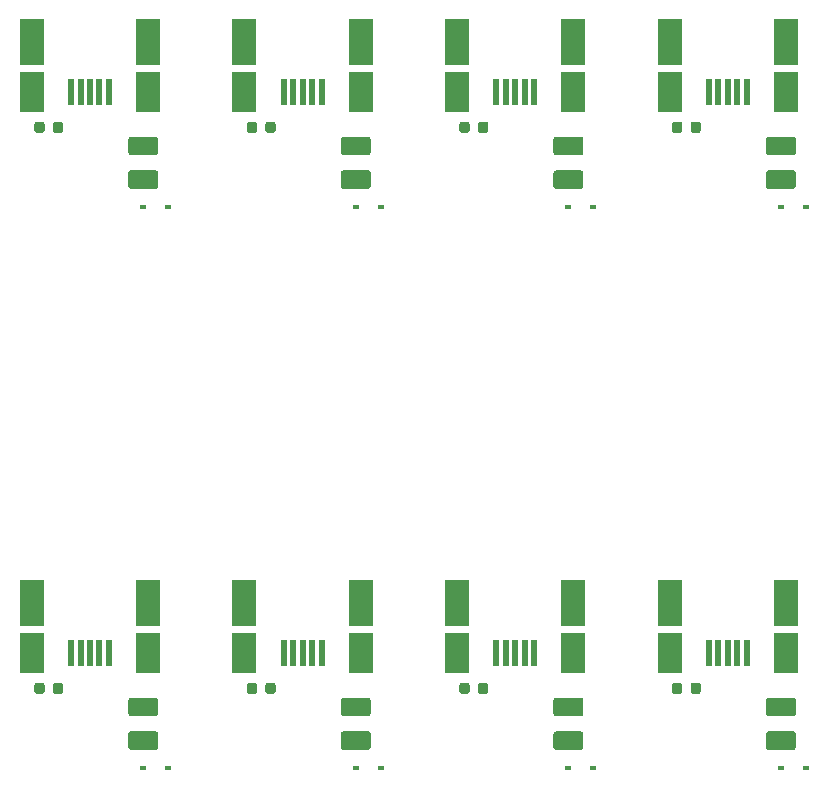
<source format=gtp>
G04 #@! TF.GenerationSoftware,KiCad,Pcbnew,(5.99.0-1907-g1c46bf195)*
G04 #@! TF.CreationDate,2020-10-23T20:38:10+00:00*
G04 #@! TF.ProjectId,USB PMOD Panelised,55534220-504d-44f4-9420-50616e656c69,rev?*
G04 #@! TF.SameCoordinates,Original*
G04 #@! TF.FileFunction,Paste,Top*
G04 #@! TF.FilePolarity,Positive*
%FSLAX46Y46*%
G04 Gerber Fmt 4.6, Leading zero omitted, Abs format (unit mm)*
G04 Created by KiCad (PCBNEW (5.99.0-1907-g1c46bf195)) date 2020-10-23 20:38:10*
%MOMM*%
%LPD*%
G01*
G04 APERTURE LIST*
%ADD10R,2.050000X4.000000*%
%ADD11R,2.050000X3.500000*%
%ADD12R,0.500000X2.250000*%
%ADD13R,0.600000X0.450000*%
G04 APERTURE END LIST*
D10*
G04 #@! TO.C,J1*
X148375000Y-42800000D03*
X158225000Y-42800000D03*
D11*
X148375000Y-47050000D03*
X158225000Y-47050000D03*
D12*
X151700000Y-47050000D03*
X152500000Y-47050000D03*
X153300000Y-47050000D03*
X154100000Y-47050000D03*
X154900000Y-47050000D03*
G04 #@! TD*
D10*
G04 #@! TO.C,J1*
X148375000Y-90300000D03*
X158225000Y-90300000D03*
D11*
X148375000Y-94550000D03*
X158225000Y-94550000D03*
D12*
X151700000Y-94550000D03*
X152500000Y-94550000D03*
X153300000Y-94550000D03*
X154100000Y-94550000D03*
X154900000Y-94550000D03*
G04 #@! TD*
D10*
G04 #@! TO.C,J1*
X130375000Y-90300000D03*
X140225000Y-90300000D03*
D11*
X130375000Y-94550000D03*
X140225000Y-94550000D03*
D12*
X133700000Y-94550000D03*
X134500000Y-94550000D03*
X135300000Y-94550000D03*
X136100000Y-94550000D03*
X136900000Y-94550000D03*
G04 #@! TD*
D10*
G04 #@! TO.C,J1*
X112375000Y-90300000D03*
X122225000Y-90300000D03*
D11*
X112375000Y-94550000D03*
X122225000Y-94550000D03*
D12*
X115700000Y-94550000D03*
X116500000Y-94550000D03*
X117300000Y-94550000D03*
X118100000Y-94550000D03*
X118900000Y-94550000D03*
G04 #@! TD*
D10*
G04 #@! TO.C,J1*
X94375000Y-90300000D03*
X104225000Y-90300000D03*
D11*
X94375000Y-94550000D03*
X104225000Y-94550000D03*
D12*
X97700000Y-94550000D03*
X98500000Y-94550000D03*
X99300000Y-94550000D03*
X100100000Y-94550000D03*
X100900000Y-94550000D03*
G04 #@! TD*
D10*
G04 #@! TO.C,J1*
X130375000Y-42800000D03*
X140225000Y-42800000D03*
D11*
X130375000Y-47050000D03*
X140225000Y-47050000D03*
D12*
X133700000Y-47050000D03*
X134500000Y-47050000D03*
X135300000Y-47050000D03*
X136100000Y-47050000D03*
X136900000Y-47050000D03*
G04 #@! TD*
D10*
G04 #@! TO.C,J1*
X112375000Y-42800000D03*
X122225000Y-42800000D03*
D11*
X112375000Y-47050000D03*
X122225000Y-47050000D03*
D12*
X115700000Y-47050000D03*
X116500000Y-47050000D03*
X117300000Y-47050000D03*
X118100000Y-47050000D03*
X118900000Y-47050000D03*
G04 #@! TD*
G04 #@! TO.C,F1*
G36*
G01*
X158825000Y-99925000D02*
X156775000Y-99925000D01*
G75*
G02*
X156525000Y-99675000I0J250000D01*
G01*
X156525000Y-98575000D01*
G75*
G02*
X156775000Y-98325000I250000J0D01*
G01*
X158825000Y-98325000D01*
G75*
G02*
X159075000Y-98575000I0J-250000D01*
G01*
X159075000Y-99675000D01*
G75*
G02*
X158825000Y-99925000I-250000J0D01*
G01*
G37*
G36*
G01*
X158825000Y-102775000D02*
X156775000Y-102775000D01*
G75*
G02*
X156525000Y-102525000I0J250000D01*
G01*
X156525000Y-101425000D01*
G75*
G02*
X156775000Y-101175000I250000J0D01*
G01*
X158825000Y-101175000D01*
G75*
G02*
X159075000Y-101425000I0J-250000D01*
G01*
X159075000Y-102525000D01*
G75*
G02*
X158825000Y-102775000I-250000J0D01*
G01*
G37*
G04 #@! TD*
G04 #@! TO.C,F1*
G36*
G01*
X140825000Y-99925000D02*
X138775000Y-99925000D01*
G75*
G02*
X138525000Y-99675000I0J250000D01*
G01*
X138525000Y-98575000D01*
G75*
G02*
X138775000Y-98325000I250000J0D01*
G01*
X140825000Y-98325000D01*
G75*
G02*
X141075000Y-98575000I0J-250000D01*
G01*
X141075000Y-99675000D01*
G75*
G02*
X140825000Y-99925000I-250000J0D01*
G01*
G37*
G36*
G01*
X140825000Y-102775000D02*
X138775000Y-102775000D01*
G75*
G02*
X138525000Y-102525000I0J250000D01*
G01*
X138525000Y-101425000D01*
G75*
G02*
X138775000Y-101175000I250000J0D01*
G01*
X140825000Y-101175000D01*
G75*
G02*
X141075000Y-101425000I0J-250000D01*
G01*
X141075000Y-102525000D01*
G75*
G02*
X140825000Y-102775000I-250000J0D01*
G01*
G37*
G04 #@! TD*
G04 #@! TO.C,F1*
G36*
G01*
X122825000Y-99925000D02*
X120775000Y-99925000D01*
G75*
G02*
X120525000Y-99675000I0J250000D01*
G01*
X120525000Y-98575000D01*
G75*
G02*
X120775000Y-98325000I250000J0D01*
G01*
X122825000Y-98325000D01*
G75*
G02*
X123075000Y-98575000I0J-250000D01*
G01*
X123075000Y-99675000D01*
G75*
G02*
X122825000Y-99925000I-250000J0D01*
G01*
G37*
G36*
G01*
X122825000Y-102775000D02*
X120775000Y-102775000D01*
G75*
G02*
X120525000Y-102525000I0J250000D01*
G01*
X120525000Y-101425000D01*
G75*
G02*
X120775000Y-101175000I250000J0D01*
G01*
X122825000Y-101175000D01*
G75*
G02*
X123075000Y-101425000I0J-250000D01*
G01*
X123075000Y-102525000D01*
G75*
G02*
X122825000Y-102775000I-250000J0D01*
G01*
G37*
G04 #@! TD*
G04 #@! TO.C,F1*
G36*
G01*
X104825000Y-99925000D02*
X102775000Y-99925000D01*
G75*
G02*
X102525000Y-99675000I0J250000D01*
G01*
X102525000Y-98575000D01*
G75*
G02*
X102775000Y-98325000I250000J0D01*
G01*
X104825000Y-98325000D01*
G75*
G02*
X105075000Y-98575000I0J-250000D01*
G01*
X105075000Y-99675000D01*
G75*
G02*
X104825000Y-99925000I-250000J0D01*
G01*
G37*
G36*
G01*
X104825000Y-102775000D02*
X102775000Y-102775000D01*
G75*
G02*
X102525000Y-102525000I0J250000D01*
G01*
X102525000Y-101425000D01*
G75*
G02*
X102775000Y-101175000I250000J0D01*
G01*
X104825000Y-101175000D01*
G75*
G02*
X105075000Y-101425000I0J-250000D01*
G01*
X105075000Y-102525000D01*
G75*
G02*
X104825000Y-102775000I-250000J0D01*
G01*
G37*
G04 #@! TD*
G04 #@! TO.C,F1*
G36*
G01*
X158825000Y-52425000D02*
X156775000Y-52425000D01*
G75*
G02*
X156525000Y-52175000I0J250000D01*
G01*
X156525000Y-51075000D01*
G75*
G02*
X156775000Y-50825000I250000J0D01*
G01*
X158825000Y-50825000D01*
G75*
G02*
X159075000Y-51075000I0J-250000D01*
G01*
X159075000Y-52175000D01*
G75*
G02*
X158825000Y-52425000I-250000J0D01*
G01*
G37*
G36*
G01*
X158825000Y-55275000D02*
X156775000Y-55275000D01*
G75*
G02*
X156525000Y-55025000I0J250000D01*
G01*
X156525000Y-53925000D01*
G75*
G02*
X156775000Y-53675000I250000J0D01*
G01*
X158825000Y-53675000D01*
G75*
G02*
X159075000Y-53925000I0J-250000D01*
G01*
X159075000Y-55025000D01*
G75*
G02*
X158825000Y-55275000I-250000J0D01*
G01*
G37*
G04 #@! TD*
G04 #@! TO.C,F1*
G36*
G01*
X140825000Y-52425000D02*
X138775000Y-52425000D01*
G75*
G02*
X138525000Y-52175000I0J250000D01*
G01*
X138525000Y-51075000D01*
G75*
G02*
X138775000Y-50825000I250000J0D01*
G01*
X140825000Y-50825000D01*
G75*
G02*
X141075000Y-51075000I0J-250000D01*
G01*
X141075000Y-52175000D01*
G75*
G02*
X140825000Y-52425000I-250000J0D01*
G01*
G37*
G36*
G01*
X140825000Y-55275000D02*
X138775000Y-55275000D01*
G75*
G02*
X138525000Y-55025000I0J250000D01*
G01*
X138525000Y-53925000D01*
G75*
G02*
X138775000Y-53675000I250000J0D01*
G01*
X140825000Y-53675000D01*
G75*
G02*
X141075000Y-53925000I0J-250000D01*
G01*
X141075000Y-55025000D01*
G75*
G02*
X140825000Y-55275000I-250000J0D01*
G01*
G37*
G04 #@! TD*
G04 #@! TO.C,F1*
G36*
G01*
X122825000Y-52425000D02*
X120775000Y-52425000D01*
G75*
G02*
X120525000Y-52175000I0J250000D01*
G01*
X120525000Y-51075000D01*
G75*
G02*
X120775000Y-50825000I250000J0D01*
G01*
X122825000Y-50825000D01*
G75*
G02*
X123075000Y-51075000I0J-250000D01*
G01*
X123075000Y-52175000D01*
G75*
G02*
X122825000Y-52425000I-250000J0D01*
G01*
G37*
G36*
G01*
X122825000Y-55275000D02*
X120775000Y-55275000D01*
G75*
G02*
X120525000Y-55025000I0J250000D01*
G01*
X120525000Y-53925000D01*
G75*
G02*
X120775000Y-53675000I250000J0D01*
G01*
X122825000Y-53675000D01*
G75*
G02*
X123075000Y-53925000I0J-250000D01*
G01*
X123075000Y-55025000D01*
G75*
G02*
X122825000Y-55275000I-250000J0D01*
G01*
G37*
G04 #@! TD*
D13*
G04 #@! TO.C,D1*
X157800000Y-104250000D03*
X159900000Y-104250000D03*
G04 #@! TD*
G04 #@! TO.C,D1*
X139800000Y-104250000D03*
X141900000Y-104250000D03*
G04 #@! TD*
G04 #@! TO.C,D1*
X121800000Y-104250000D03*
X123900000Y-104250000D03*
G04 #@! TD*
G04 #@! TO.C,D1*
X103800000Y-104250000D03*
X105900000Y-104250000D03*
G04 #@! TD*
G04 #@! TO.C,D1*
X157800000Y-56750000D03*
X159900000Y-56750000D03*
G04 #@! TD*
G04 #@! TO.C,D1*
X139800000Y-56750000D03*
X141900000Y-56750000D03*
G04 #@! TD*
G04 #@! TO.C,D1*
X121800000Y-56750000D03*
X123900000Y-56750000D03*
G04 #@! TD*
G04 #@! TO.C,R1*
G36*
G01*
X150150000Y-97806250D02*
X150150000Y-97293750D01*
G75*
G02*
X150368750Y-97075000I218750J0D01*
G01*
X150806250Y-97075000D01*
G75*
G02*
X151025000Y-97293750I0J-218750D01*
G01*
X151025000Y-97806250D01*
G75*
G02*
X150806250Y-98025000I-218750J0D01*
G01*
X150368750Y-98025000D01*
G75*
G02*
X150150000Y-97806250I0J218750D01*
G01*
G37*
G36*
G01*
X148575000Y-97806250D02*
X148575000Y-97293750D01*
G75*
G02*
X148793750Y-97075000I218750J0D01*
G01*
X149231250Y-97075000D01*
G75*
G02*
X149450000Y-97293750I0J-218750D01*
G01*
X149450000Y-97806250D01*
G75*
G02*
X149231250Y-98025000I-218750J0D01*
G01*
X148793750Y-98025000D01*
G75*
G02*
X148575000Y-97806250I0J218750D01*
G01*
G37*
G04 #@! TD*
G04 #@! TO.C,R1*
G36*
G01*
X132150000Y-97806250D02*
X132150000Y-97293750D01*
G75*
G02*
X132368750Y-97075000I218750J0D01*
G01*
X132806250Y-97075000D01*
G75*
G02*
X133025000Y-97293750I0J-218750D01*
G01*
X133025000Y-97806250D01*
G75*
G02*
X132806250Y-98025000I-218750J0D01*
G01*
X132368750Y-98025000D01*
G75*
G02*
X132150000Y-97806250I0J218750D01*
G01*
G37*
G36*
G01*
X130575000Y-97806250D02*
X130575000Y-97293750D01*
G75*
G02*
X130793750Y-97075000I218750J0D01*
G01*
X131231250Y-97075000D01*
G75*
G02*
X131450000Y-97293750I0J-218750D01*
G01*
X131450000Y-97806250D01*
G75*
G02*
X131231250Y-98025000I-218750J0D01*
G01*
X130793750Y-98025000D01*
G75*
G02*
X130575000Y-97806250I0J218750D01*
G01*
G37*
G04 #@! TD*
G04 #@! TO.C,R1*
G36*
G01*
X114150000Y-97806250D02*
X114150000Y-97293750D01*
G75*
G02*
X114368750Y-97075000I218750J0D01*
G01*
X114806250Y-97075000D01*
G75*
G02*
X115025000Y-97293750I0J-218750D01*
G01*
X115025000Y-97806250D01*
G75*
G02*
X114806250Y-98025000I-218750J0D01*
G01*
X114368750Y-98025000D01*
G75*
G02*
X114150000Y-97806250I0J218750D01*
G01*
G37*
G36*
G01*
X112575000Y-97806250D02*
X112575000Y-97293750D01*
G75*
G02*
X112793750Y-97075000I218750J0D01*
G01*
X113231250Y-97075000D01*
G75*
G02*
X113450000Y-97293750I0J-218750D01*
G01*
X113450000Y-97806250D01*
G75*
G02*
X113231250Y-98025000I-218750J0D01*
G01*
X112793750Y-98025000D01*
G75*
G02*
X112575000Y-97806250I0J218750D01*
G01*
G37*
G04 #@! TD*
G04 #@! TO.C,R1*
G36*
G01*
X96150000Y-97806250D02*
X96150000Y-97293750D01*
G75*
G02*
X96368750Y-97075000I218750J0D01*
G01*
X96806250Y-97075000D01*
G75*
G02*
X97025000Y-97293750I0J-218750D01*
G01*
X97025000Y-97806250D01*
G75*
G02*
X96806250Y-98025000I-218750J0D01*
G01*
X96368750Y-98025000D01*
G75*
G02*
X96150000Y-97806250I0J218750D01*
G01*
G37*
G36*
G01*
X94575000Y-97806250D02*
X94575000Y-97293750D01*
G75*
G02*
X94793750Y-97075000I218750J0D01*
G01*
X95231250Y-97075000D01*
G75*
G02*
X95450000Y-97293750I0J-218750D01*
G01*
X95450000Y-97806250D01*
G75*
G02*
X95231250Y-98025000I-218750J0D01*
G01*
X94793750Y-98025000D01*
G75*
G02*
X94575000Y-97806250I0J218750D01*
G01*
G37*
G04 #@! TD*
G04 #@! TO.C,R1*
G36*
G01*
X150150000Y-50306250D02*
X150150000Y-49793750D01*
G75*
G02*
X150368750Y-49575000I218750J0D01*
G01*
X150806250Y-49575000D01*
G75*
G02*
X151025000Y-49793750I0J-218750D01*
G01*
X151025000Y-50306250D01*
G75*
G02*
X150806250Y-50525000I-218750J0D01*
G01*
X150368750Y-50525000D01*
G75*
G02*
X150150000Y-50306250I0J218750D01*
G01*
G37*
G36*
G01*
X148575000Y-50306250D02*
X148575000Y-49793750D01*
G75*
G02*
X148793750Y-49575000I218750J0D01*
G01*
X149231250Y-49575000D01*
G75*
G02*
X149450000Y-49793750I0J-218750D01*
G01*
X149450000Y-50306250D01*
G75*
G02*
X149231250Y-50525000I-218750J0D01*
G01*
X148793750Y-50525000D01*
G75*
G02*
X148575000Y-50306250I0J218750D01*
G01*
G37*
G04 #@! TD*
G04 #@! TO.C,R1*
G36*
G01*
X132150000Y-50306250D02*
X132150000Y-49793750D01*
G75*
G02*
X132368750Y-49575000I218750J0D01*
G01*
X132806250Y-49575000D01*
G75*
G02*
X133025000Y-49793750I0J-218750D01*
G01*
X133025000Y-50306250D01*
G75*
G02*
X132806250Y-50525000I-218750J0D01*
G01*
X132368750Y-50525000D01*
G75*
G02*
X132150000Y-50306250I0J218750D01*
G01*
G37*
G36*
G01*
X130575000Y-50306250D02*
X130575000Y-49793750D01*
G75*
G02*
X130793750Y-49575000I218750J0D01*
G01*
X131231250Y-49575000D01*
G75*
G02*
X131450000Y-49793750I0J-218750D01*
G01*
X131450000Y-50306250D01*
G75*
G02*
X131231250Y-50525000I-218750J0D01*
G01*
X130793750Y-50525000D01*
G75*
G02*
X130575000Y-50306250I0J218750D01*
G01*
G37*
G04 #@! TD*
G04 #@! TO.C,R1*
G36*
G01*
X114150000Y-50306250D02*
X114150000Y-49793750D01*
G75*
G02*
X114368750Y-49575000I218750J0D01*
G01*
X114806250Y-49575000D01*
G75*
G02*
X115025000Y-49793750I0J-218750D01*
G01*
X115025000Y-50306250D01*
G75*
G02*
X114806250Y-50525000I-218750J0D01*
G01*
X114368750Y-50525000D01*
G75*
G02*
X114150000Y-50306250I0J218750D01*
G01*
G37*
G36*
G01*
X112575000Y-50306250D02*
X112575000Y-49793750D01*
G75*
G02*
X112793750Y-49575000I218750J0D01*
G01*
X113231250Y-49575000D01*
G75*
G02*
X113450000Y-49793750I0J-218750D01*
G01*
X113450000Y-50306250D01*
G75*
G02*
X113231250Y-50525000I-218750J0D01*
G01*
X112793750Y-50525000D01*
G75*
G02*
X112575000Y-50306250I0J218750D01*
G01*
G37*
G04 #@! TD*
G04 #@! TO.C,D1*
X103800000Y-56750000D03*
X105900000Y-56750000D03*
G04 #@! TD*
G04 #@! TO.C,R1*
G36*
G01*
X96150000Y-50306250D02*
X96150000Y-49793750D01*
G75*
G02*
X96368750Y-49575000I218750J0D01*
G01*
X96806250Y-49575000D01*
G75*
G02*
X97025000Y-49793750I0J-218750D01*
G01*
X97025000Y-50306250D01*
G75*
G02*
X96806250Y-50525000I-218750J0D01*
G01*
X96368750Y-50525000D01*
G75*
G02*
X96150000Y-50306250I0J218750D01*
G01*
G37*
G36*
G01*
X94575000Y-50306250D02*
X94575000Y-49793750D01*
G75*
G02*
X94793750Y-49575000I218750J0D01*
G01*
X95231250Y-49575000D01*
G75*
G02*
X95450000Y-49793750I0J-218750D01*
G01*
X95450000Y-50306250D01*
G75*
G02*
X95231250Y-50525000I-218750J0D01*
G01*
X94793750Y-50525000D01*
G75*
G02*
X94575000Y-50306250I0J218750D01*
G01*
G37*
G04 #@! TD*
D10*
G04 #@! TO.C,J1*
X94375000Y-42800000D03*
X104225000Y-42800000D03*
D11*
X94375000Y-47050000D03*
X104225000Y-47050000D03*
D12*
X97700000Y-47050000D03*
X98500000Y-47050000D03*
X99300000Y-47050000D03*
X100100000Y-47050000D03*
X100900000Y-47050000D03*
G04 #@! TD*
G04 #@! TO.C,F1*
G36*
G01*
X104825000Y-52425000D02*
X102775000Y-52425000D01*
G75*
G02*
X102525000Y-52175000I0J250000D01*
G01*
X102525000Y-51075000D01*
G75*
G02*
X102775000Y-50825000I250000J0D01*
G01*
X104825000Y-50825000D01*
G75*
G02*
X105075000Y-51075000I0J-250000D01*
G01*
X105075000Y-52175000D01*
G75*
G02*
X104825000Y-52425000I-250000J0D01*
G01*
G37*
G36*
G01*
X104825000Y-55275000D02*
X102775000Y-55275000D01*
G75*
G02*
X102525000Y-55025000I0J250000D01*
G01*
X102525000Y-53925000D01*
G75*
G02*
X102775000Y-53675000I250000J0D01*
G01*
X104825000Y-53675000D01*
G75*
G02*
X105075000Y-53925000I0J-250000D01*
G01*
X105075000Y-55025000D01*
G75*
G02*
X104825000Y-55275000I-250000J0D01*
G01*
G37*
G04 #@! TD*
M02*

</source>
